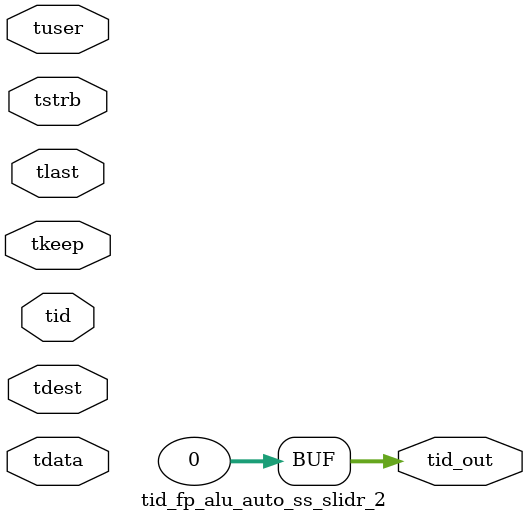
<source format=v>


`timescale 1ps/1ps

module tid_fp_alu_auto_ss_slidr_2 #
(
parameter C_S_AXIS_TID_WIDTH   = 1,
parameter C_S_AXIS_TUSER_WIDTH = 0,
parameter C_S_AXIS_TDATA_WIDTH = 0,
parameter C_S_AXIS_TDEST_WIDTH = 0,
parameter C_M_AXIS_TID_WIDTH   = 32
)
(
input  [(C_S_AXIS_TID_WIDTH   == 0 ? 1 : C_S_AXIS_TID_WIDTH)-1:0       ] tid,
input  [(C_S_AXIS_TDATA_WIDTH == 0 ? 1 : C_S_AXIS_TDATA_WIDTH)-1:0     ] tdata,
input  [(C_S_AXIS_TUSER_WIDTH == 0 ? 1 : C_S_AXIS_TUSER_WIDTH)-1:0     ] tuser,
input  [(C_S_AXIS_TDEST_WIDTH == 0 ? 1 : C_S_AXIS_TDEST_WIDTH)-1:0     ] tdest,
input  [(C_S_AXIS_TDATA_WIDTH/8)-1:0 ] tkeep,
input  [(C_S_AXIS_TDATA_WIDTH/8)-1:0 ] tstrb,
input                                                                    tlast,
output [(C_M_AXIS_TID_WIDTH   == 0 ? 1 : C_M_AXIS_TID_WIDTH)-1:0       ] tid_out
);

assign tid_out = {1'b0};

endmodule


</source>
